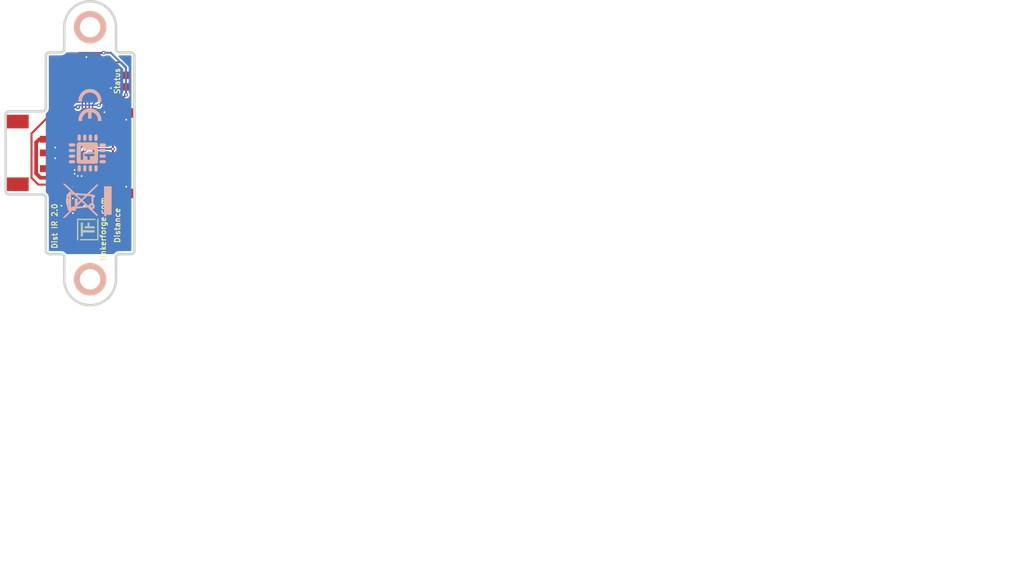
<source format=kicad_pcb>
(kicad_pcb (version 20171130) (host pcbnew 5.1.5-52549c5~84~ubuntu19.04.1)
  (title_block (title "Distance IR Bricklet") (date 2018-05-14) (rev 2.0) (company "Tinkerforge GmbH") (comment 1 "Licensed under CERN OHL v.1.1") (comment 2 "Copyright (©) 2018, L.Lauer <lukas@tinkerforge.com>"))
  (layers (0 Vorderseite jumper) (31 Rückseite signal) (34 B.Paste user) (35 F.Paste user) (36 B.SilkS user) (37 F.SilkS user) (38 B.Mask user) (39 F.Mask user) (44 Edge.Cuts user))
  (net 0 "")
  (net 1 GND)
  (net 2 IN_1)
  (net 3 VCC)
  (net 4 "Net-(P1-Pad6)")
  (net 5 +5V)
  (net 6 "Net-(C3-Pad1)")
  (net 7 "Net-(D1-Pad2)")
  (net 8 "Net-(P2-Pad1)")
  (net 9 "Net-(P3-Pad2)")
  (net 10 "Net-(P4-Pad3)")
  (net 11 "Net-(R3-Pad1)")
  (net 12 "Net-(P1-Pad4)")
  (net 13 "Net-(P1-Pad5)")
  (net 14 S-MISO)
  (net 15 S-MOSI)
  (net 16 S-CLK)
  (net 17 S-CS)
  (net 18 "Net-(D2-Pad2)")
  (net 19 "Net-(R4-Pad1)")
  (module kicad-libraries:SolderJumper (layer Vorderseite) (at 147.05 91.36 180)
    (fp_text reference P3)
    (fp_text value BOOT)
    (pad 2 smd rect (at 0.55 0 180) (size 0.3 1.4) (layers Vorderseite F.Mask) (net 9 "Net-(P3-Pad2)"))
    (pad 2 smd rect (at 0.15 0 180) (size 0.6 0.5) (layers Vorderseite F.Mask) (net 9 "Net-(P3-Pad2)"))
    (pad 1 smd rect (at -0.5 0 180) (size 0.4 1.4) (layers Vorderseite F.Mask) (net 1 GND))
    (pad 1 smd rect (at -0.225 0.55 180) (size 0.95 0.3) (layers Vorderseite F.Mask) (net 1 GND))
    (pad 1 smd rect (at -0.225 -0.55 180) (size 0.95 0.3) (layers Vorderseite F.Mask) (net 1 GND))
  )
  (module kicad-libraries:DRILL_NP (layer Vorderseite) (at 144.5 83.5)
    (fp_text reference U3 hide)
    (fp_text value DRILL hide)
    (pad "" np_thru_hole circle (at 0 0) (size 2.99974 2.99974) (drill 2.99974) (layers *.Cu *.Mask F.SilkS) (clearance 0.89916))
  )
  (module kicad-libraries:DRILL_NP (layer Vorderseite) (at 144.5 120.5)
    (fp_text reference U2 hide)
    (fp_text value DRILL hide)
    (pad "" np_thru_hole circle (at 0 0) (size 2.99974 2.99974) (drill 2.99974) (layers *.Cu *.Mask F.SilkS) (clearance 0.89916))
  )
  (module kicad-libraries:3528-21 (layer Vorderseite) (at 141.97 108.31 270)
    (fp_text reference C2)
    (fp_text value 100µF/10V)
    (pad 1 smd rect (at -1.40048 0 270) (size 1.59954 2.79908) (layers Vorderseite F.Paste F.Mask) (net 5 +5V) (clearance 0.14986))
    (pad 2 smd rect (at 1.40048 0 270) (size 1.59954 2.79908) (layers Vorderseite F.Paste F.Mask) (net 1 GND) (clearance 0.14986))
  )
  (module kicad-libraries:Fiducial_Mark (layer Vorderseite) (at 141 115.3)
    (fp_text reference Fiducial_Mark hide)
    (fp_text value VAL** hide)
    (pad 1 smd circle (at 0 0) (size 1.00076 1.00076) (layers Vorderseite F.Paste F.Mask) (clearance 0.65024))
  )
  (module kicad-libraries:Fiducial_Mark (layer Vorderseite) (at 140 88.8)
    (fp_text reference Fiducial_Mark hide)
    (fp_text value VAL** hide)
    (pad 1 smd circle (at 0 0) (size 1.00076 1.00076) (layers Vorderseite F.Paste F.Mask) (clearance 0.65024))
  )
  (module kicad-libraries:CE_5mm (layer Rückseite) (at 144.47 94.96 270)
    (fp_text reference VAL hide)
    (fp_text value CE_5mm hide)
  )
  (module kicad-libraries:WEEE_7mm (layer Rückseite) (at 144.08 108.96 270)
    (fp_text reference VAL hide)
    (fp_text value WEEE_7mm hide)
  )
  (module kicad-libraries:Logo_31x31 (layer Vorderseite) (at 142.57 114.78 90)
    (fp_text reference Ref** hide)
    (fp_text value Val** hide)
  )
  (module kicad-libraries:C0603E (layer Vorderseite) (at 143.1 88.67)
    (fp_text reference C1)
    (fp_text value 100nF)
    (pad 1 smd rect (at -0.8501 0) (size 1.1 1) (layers Vorderseite F.Paste F.Mask) (net 3 VCC))
    (pad 2 smd rect (at 0.8501 0) (size 1.1 1) (layers Vorderseite F.Paste F.Mask) (net 1 GND))
  )
  (module C0402E (layer Vorderseite) (at 145.87 96.63 90)
    (fp_text reference C3)
    (fp_text value 220pF)
    (pad 1 smd rect (at -0.65 0 90) (size 0.7 0.9) (layers Vorderseite F.Paste F.Mask) (net 6 "Net-(C3-Pad1)"))
    (pad 2 smd rect (at 0.65 0 90) (size 0.7 0.9) (layers Vorderseite F.Paste F.Mask) (net 1 GND))
  )
  (module C0805 (layer Vorderseite) (at 144.43 103.86 270)
    (fp_text reference C4)
    (fp_text value 10uF)
    (pad 1 smd rect (at -1.00076 0 270) (size 1.00076 1.24968) (layers Vorderseite F.Paste F.Mask) (net 3 VCC) (clearance 0.14986))
    (pad 2 smd rect (at 1.00076 0 270) (size 1.00076 1.24968) (layers Vorderseite F.Paste F.Mask) (net 1 GND) (clearance 0.14986))
  )
  (module C0603F (layer Vorderseite) (at 142.95 103.86 270)
    (fp_text reference C5)
    (fp_text value 1uF)
    (pad 1 smd rect (at -0.75 0 270) (size 0.9 0.9) (layers Vorderseite F.Paste F.Mask) (net 3 VCC))
    (pad 2 smd rect (at 0.75 0 270) (size 0.9 0.9) (layers Vorderseite F.Paste F.Mask) (net 1 GND))
  )
  (module D0603E (layer Vorderseite) (at 149.77 91.41 90)
    (fp_text reference D1)
    (fp_text value blue)
    (pad 1 smd rect (at -0.8501 0 90) (size 1.1 1) (layers Vorderseite F.Paste F.Mask) (net 3 VCC))
    (pad 2 smd rect (at 0.8501 0 90) (size 1.1 1) (layers Vorderseite F.Paste F.Mask) (net 7 "Net-(D1-Pad2)"))
  )
  (module kicad-libraries:DEBUG_PAD (layer Vorderseite) (at 139 90.9)
    (fp_text reference P2)
    (fp_text value DEBUG)
    (pad 1 smd circle (at 0 0) (size 0.7 0.7) (layers Vorderseite F.Paste F.Mask) (net 8 "Net-(P2-Pad1)"))
  )
  (module kicad-libraries:R0603F (layer Vorderseite) (at 141.5 97.1 90)
    (fp_text reference R2)
    (fp_text value 1k)
    (pad 1 smd rect (at -0.75 0 90) (size 0.9 0.9) (layers Vorderseite F.Paste F.Mask) (net 10 "Net-(P4-Pad3)"))
    (pad 2 smd rect (at 0.75 0 90) (size 0.9 0.9) (layers Vorderseite F.Paste F.Mask) (net 2 IN_1))
  )
  (module R0603F (layer Vorderseite) (at 146.58 88.66)
    (fp_text reference R3)
    (fp_text value 1k)
    (pad 1 smd rect (at -0.75 0) (size 0.9 0.9) (layers Vorderseite F.Paste F.Mask) (net 11 "Net-(R3-Pad1)"))
    (pad 2 smd rect (at 0.75 0) (size 0.9 0.9) (layers Vorderseite F.Paste F.Mask) (net 7 "Net-(D1-Pad2)"))
  )
  (module 4X0402 (layer Vorderseite) (at 144.11 96.68)
    (fp_text reference RP1)
    (fp_text value 82)
    (pad 1 smd rect (at -0.7493 0.575 180) (size 0.29972 0.65) (layers Vorderseite F.Paste F.Mask) (net 12 "Net-(P1-Pad4)"))
    (pad 2 smd rect (at -0.24892 0.575 180) (size 0.29972 0.65) (layers Vorderseite F.Paste F.Mask) (net 13 "Net-(P1-Pad5)"))
    (pad 3 smd rect (at 0.24892 0.575 180) (size 0.29972 0.65) (layers Vorderseite F.Paste F.Mask) (net 4 "Net-(P1-Pad6)"))
    (pad 4 smd rect (at 0.7493 0.575 180) (size 0.29972 0.65) (layers Vorderseite F.Paste F.Mask) (net 6 "Net-(C3-Pad1)"))
    (pad 5 smd rect (at 0.7493 -0.575) (size 0.29972 0.65) (layers Vorderseite F.Paste F.Mask) (net 14 S-MISO))
    (pad 6 smd rect (at 0.24892 -0.575) (size 0.29972 0.65) (layers Vorderseite F.Paste F.Mask) (net 15 S-MOSI))
    (pad 7 smd rect (at -0.24892 -0.575) (size 0.29972 0.65) (layers Vorderseite F.Paste F.Mask) (net 16 S-CLK))
    (pad 8 smd rect (at -0.7493 -0.575) (size 0.29972 0.65) (layers Vorderseite F.Paste F.Mask) (net 17 S-CS))
  )
  (module kicad-libraries:CON-SENSOR2 (layer Vorderseite) (at 151 102 90)
    (fp_text reference P1)
    (fp_text value CON-SENSOR2)
    (pad 1 smd rect (at -3.75 -4.6 90) (size 0.6 1.8) (layers Vorderseite F.Paste F.Mask) (net 5 +5V))
    (pad 2 smd rect (at -2.5 -4.6 90) (size 0.6 1.8) (layers Vorderseite F.Paste F.Mask) (net 1 GND))
    (pad EP smd rect (at -5.9 -1.2 90) (size 1.4 2.4) (layers Vorderseite F.Paste F.Mask) (net 1 GND))
    (pad EP smd rect (at 5.9 -1.2 90) (size 1.4 2.4) (layers Vorderseite F.Paste F.Mask) (net 1 GND))
    (pad 3 smd rect (at -1.25 -4.6 90) (size 0.6 1.8) (layers Vorderseite F.Paste F.Mask) (net 3 VCC))
    (pad 4 smd rect (at 0 -4.6 90) (size 0.6 1.8) (layers Vorderseite F.Paste F.Mask) (net 12 "Net-(P1-Pad4)"))
    (pad 5 smd rect (at 1.25 -4.6 90) (size 0.6 1.8) (layers Vorderseite F.Paste F.Mask) (net 13 "Net-(P1-Pad5)"))
    (pad 6 smd rect (at 2.5 -4.6 90) (size 0.6 1.8) (layers Vorderseite F.Paste F.Mask) (net 4 "Net-(P1-Pad6)"))
    (pad 7 smd rect (at 3.75 -4.6 90) (size 0.6 1.8) (layers Vorderseite F.Paste F.Mask) (net 6 "Net-(C3-Pad1)"))
  )
  (module kicad-libraries:QFN24-4x4mm-0.5mm (layer Vorderseite) (at 143.1 92.12 180)
    (fp_text reference U4)
    (fp_text value XMC1302)
    (pad 1 smd oval (at -2.025 -1.25 180) (size 1 0.3) (layers Vorderseite F.Paste F.Mask) (net 14 S-MISO))
    (pad 2 smd oval (at -2.025 -0.75 180) (size 1 0.3) (layers Vorderseite F.Paste F.Mask) (net 2 IN_1))
    (pad 3 smd oval (at -2.025 -0.25 180) (size 1 0.3) (layers Vorderseite F.Paste F.Mask))
    (pad 4 smd oval (at -2.025 0.25 180) (size 1 0.3) (layers Vorderseite F.Paste F.Mask) (net 9 "Net-(P3-Pad2)"))
    (pad 5 smd oval (at -2.025 0.75 180) (size 1 0.3) (layers Vorderseite F.Paste F.Mask))
    (pad 6 smd oval (at -2.025 1.25 180) (size 1 0.3) (layers Vorderseite F.Paste F.Mask))
    (pad 7 smd oval (at -1.25 2.025 270) (size 1 0.3) (layers Vorderseite F.Paste F.Mask) (net 11 "Net-(R3-Pad1)"))
    (pad 8 smd oval (at -0.75 2.025 270) (size 1 0.3) (layers Vorderseite F.Paste F.Mask))
    (pad 9 smd oval (at -0.25 2.025 270) (size 1 0.3) (layers Vorderseite F.Paste F.Mask) (net 1 GND))
    (pad 10 smd oval (at 0.25 2.025 270) (size 1 0.3) (layers Vorderseite F.Paste F.Mask) (net 3 VCC))
    (pad 11 smd oval (at 0.75 2.025 270) (size 1 0.3) (layers Vorderseite F.Paste F.Mask))
    (pad 12 smd oval (at 1.25 2.025 270) (size 1 0.3) (layers Vorderseite F.Paste F.Mask))
    (pad 13 smd oval (at 2.025 1.25 180) (size 1 0.3) (layers Vorderseite F.Paste F.Mask) (net 8 "Net-(P2-Pad1)"))
    (pad 14 smd oval (at 2.025 0.75 180) (size 1 0.3) (layers Vorderseite F.Paste F.Mask) (net 19 "Net-(R4-Pad1)"))
    (pad 15 smd oval (at 2.025 0.25 180) (size 1 0.3) (layers Vorderseite F.Paste F.Mask))
    (pad 16 smd oval (at 2.025 -0.25 180) (size 1 0.3) (layers Vorderseite F.Paste F.Mask))
    (pad 17 smd oval (at 2.025 -0.75 180) (size 1 0.3) (layers Vorderseite F.Paste F.Mask))
    (pad 18 smd oval (at 2.025 -1.25 180) (size 1 0.3) (layers Vorderseite F.Paste F.Mask))
    (pad 19 smd oval (at 1.25 -2.025 270) (size 1 0.3) (layers Vorderseite F.Paste F.Mask))
    (pad 20 smd oval (at 0.75 -2.025 270) (size 1 0.3) (layers Vorderseite F.Paste F.Mask))
    (pad 21 smd oval (at 0.25 -2.025 270) (size 1 0.3) (layers Vorderseite F.Paste F.Mask))
    (pad 22 smd oval (at -0.25 -2.025 270) (size 1 0.3) (layers Vorderseite F.Paste F.Mask) (net 17 S-CS))
    (pad 23 smd oval (at -0.75 -2.025 270) (size 1 0.3) (layers Vorderseite F.Paste F.Mask) (net 16 S-CLK))
    (pad 24 smd oval (at -1.25 -2.025 270) (size 1 0.3) (layers Vorderseite F.Paste F.Mask) (net 15 S-MOSI))
    (pad EXP smd rect (at 0.65 0.65 180) (size 1.3 1.3) (layers Vorderseite F.Paste F.Mask) (net 1 GND))
    (pad EXP smd rect (at 0.65 -0.65 180) (size 1.3 1.3) (layers Vorderseite F.Paste F.Mask) (net 1 GND))
    (pad EXP smd rect (at -0.65 0.65 180) (size 1.3 1.3) (layers Vorderseite F.Paste F.Mask) (net 1 GND))
    (pad EXP smd rect (at -0.65 -0.65 180) (size 1.3 1.3) (layers Vorderseite F.Paste F.Mask) (net 1 GND))
  )
  (module kicad-libraries:S3B-PH-SM4 (layer Vorderseite) (at 132.08 101.95 90)
    (fp_text reference P4)
    (fp_text value S3B-PH-SM4)
    (pad "" smd rect (at -4.6 1.7 90) (size 2 3.4) (layers Vorderseite F.Paste F.Mask))
    (pad "" smd rect (at 4.6 1.7 90) (size 2 3.4) (layers Vorderseite F.Paste F.Mask))
    (pad 3 smd rect (at -2.3 7.3 90) (size 1 4.5) (layers Vorderseite F.Paste F.Mask) (net 10 "Net-(P4-Pad3)"))
    (pad 2 smd rect (at 0 7.3 90) (size 1 4.5) (layers Vorderseite F.Paste F.Mask) (net 1 GND))
    (pad 1 smd rect (at 2 7.3 90) (size 1 4.5) (layers Vorderseite F.Paste F.Mask) (net 5 +5V))
  )
  (module kicad-libraries:Logo_CoMCU (layer Rückseite) (at 144.09 101.97 270)
    (fp_text reference G*** hide)
    (fp_text value LOGO hide)
  )
  (module kicad-libraries:D0603E (layer Vorderseite) (at 149.8 112.6 270)
    (fp_text reference D2)
    (fp_text value green)
    (pad 1 smd rect (at -0.8501 0 270) (size 1.1 1) (layers Vorderseite F.Paste F.Mask) (net 3 VCC))
    (pad 2 smd rect (at 0.8501 0 270) (size 1.1 1) (layers Vorderseite F.Paste F.Mask) (net 18 "Net-(D2-Pad2)"))
  )
  (module kicad-libraries:R0603F (layer Vorderseite) (at 139.4 94.1 270)
    (fp_text reference R4)
    (fp_text value 1k)
    (pad 1 smd rect (at -0.75 0 270) (size 0.9 0.9) (layers Vorderseite F.Paste F.Mask) (net 19 "Net-(R4-Pad1)"))
    (pad 2 smd rect (at 0.75 0 270) (size 0.9 0.9) (layers Vorderseite F.Paste F.Mask) (net 18 "Net-(D2-Pad2)"))
  )
  (module kicad-libraries:Fiducial_Mark (layer Vorderseite) (at 149.5 104.8)
    (fp_text reference Fiducial_Mark hide)
    (fp_text value VAL** hide)
    (pad 1 smd circle (at 0 0) (size 1.00076 1.00076) (layers Vorderseite F.Paste F.Mask) (clearance 0.65024))
  )
  (gr_arc (start 150.5 116.3) (end 150.5 116.8) (angle -90) (layer Edge.Cuts) (width 0.381))
  (gr_arc (start 148.8 117.3) (end 148.8 116.8) (angle -90) (layer Edge.Cuts) (width 0.381))
  (gr_arc (start 138.5 116.3) (end 138 116.3) (angle -90) (layer Edge.Cuts) (width 0.381))
  (gr_arc (start 140.2 117.3) (end 140.7 117.3) (angle -90) (layer Edge.Cuts) (width 0.381))
  (gr_arc (start 150.5 87.7) (end 151 87.7) (angle -90) (layer Edge.Cuts) (width 0.381))
  (gr_arc (start 138.5 87.7) (end 138.5 87.2) (angle -90) (layer Edge.Cuts) (width 0.381))
  (gr_arc (start 148.8 86.7) (end 148.3 86.7) (angle -90) (layer Edge.Cuts) (width 0.381))
  (gr_arc (start 140.2 86.7) (end 140.2 87.2) (angle -90) (layer Edge.Cuts) (width 0.381))
  (gr_text Distance (at 148.5 112.6 90) (layer F.SilkS) (effects (font (size 0.8 0.8))))
  (gr_text Status (at 148.48 91.41 90) (layer F.SilkS) (effects (font (size 0.8 0.8))))
  (gr_line (start 138 116.3) (end 138 108.55) (angle 90) (layer Edge.Cuts) (width 0.381))
  (gr_arc (start 137.5 108.55) (end 137.5 108.05) (angle 90) (layer Edge.Cuts) (width 0.381))
  (gr_line (start 137.5 108.05) (end 132.6 108.05) (angle 90) (layer Edge.Cuts) (width 0.381))
  (gr_line (start 137.45 95.85) (end 132.6 95.85) (angle 90) (layer Edge.Cuts) (width 0.381))
  (gr_arc (start 137.5 95.35) (end 138 95.4) (angle 90) (layer Edge.Cuts) (width 0.381))
  (gr_line (start 140.7 120.5) (end 140.7 117.3) (angle 90) (layer Edge.Cuts) (width 0.381))
  (gr_line (start 138 87.7) (end 138 95.4) (angle 90) (layer Edge.Cuts) (width 0.381))
  (gr_line (start 140.2 87.2) (end 138.5 87.2) (angle 90) (layer Edge.Cuts) (width 0.381))
  (gr_line (start 140.7 83.5) (end 140.7 86.7) (angle 90) (layer Edge.Cuts) (width 0.381))
  (gr_line (start 148.3 86.7) (end 148.3 83.5) (angle 90) (layer Edge.Cuts) (width 0.381))
  (gr_line (start 150.5 87.2) (end 148.8 87.2) (angle 90) (layer Edge.Cuts) (width 0.381))
  (gr_line (start 151 116.3) (end 151 87.7) (angle 90) (layer Edge.Cuts) (width 0.381))
  (gr_line (start 148.8 116.8) (end 150.5 116.8) (angle 90) (layer Edge.Cuts) (width 0.381))
  (gr_line (start 148.3 120.5) (end 148.3 117.3) (angle 90) (layer Edge.Cuts) (width 0.381))
  (gr_arc (start 144.5 120.5) (end 144.5 124.3) (angle 90) (layer Edge.Cuts) (width 0.381))
  (gr_arc (start 144.5 120.5) (end 148.3 120.5) (angle 90) (layer Edge.Cuts) (width 0.381))
  (gr_arc (start 144.5 83.5) (end 144.5 79.7) (angle 90) (layer Edge.Cuts) (width 0.381))
  (gr_arc (start 144.5 83.5) (end 140.7 83.5) (angle 90) (layer Edge.Cuts) (width 0.381))
  (gr_line (start 138.5 116.8) (end 140.2 116.8) (angle 90) (layer Edge.Cuts) (width 0.381))
  (gr_arc (start 132.6 96.35) (end 132.1 96.35) (angle 90) (layer Edge.Cuts) (width 0.381))
  (gr_arc (start 132.6 107.55) (end 132.6 108.05) (angle 90) (layer Edge.Cuts) (width 0.381))
  (gr_line (start 132.1 96.35) (end 132.1 107.55) (angle 90) (layer Edge.Cuts) (width 0.381))
  (gr_text tinkerforge.com (at 146.41 113.14 90) (layer F.SilkS) (effects (font (size 0.8001 0.8001))))
  (gr_text "Dist IR 2.0" (at 139.3 112.7 90) (layer F.SilkS) (effects (font (size 0.8 0.8))))
  (segment (start 147.55 91.36) (end 147.55 90.94) (width 0.29972) (layer Vorderseite) (net 1))
  (segment (start 147.55 90.94) (end 147.42 90.81) (width 0.29972) (layer Vorderseite) (net 1))
  (segment (start 147.42 90.81) (end 147.23 90.81) (width 0.29972) (layer Vorderseite) (net 1))
  (segment (start 147.23 90.81) (end 147.275 90.81) (width 0.29972) (layer Vorderseite) (net 1))
  (segment (start 147.275 91.91) (end 147.43 91.91) (width 0.29972) (layer Vorderseite) (net 1))
  (segment (start 147.43 91.91) (end 147.56 91.78) (width 0.29972) (layer Vorderseite) (net 1))
  (segment (start 147.56 91.78) (end 147.56 91.41) (width 0.29972) (layer Vorderseite) (net 1))
  (segment (start 147.56 91.41) (end 147.55 91.36) (width 0.29972) (layer Vorderseite) (net 1))
  (segment (start 147.55 91.36) (end 147.55 92.45) (width 0.29972) (layer Vorderseite) (net 1))
  (via (at 147.55 92.45) (size 0.55) (drill 0.25) (layers Vorderseite Rückseite) (net 1))
  (segment (start 145.87 95.98) (end 146.6 95.98) (width 0.55) (layer Vorderseite) (net 1))
  (via (at 146.6 95.98) (size 0.55) (drill 0.25) (layers Vorderseite Rückseite) (net 1))
  (segment (start 139.38 101.95) (end 139.38 101.17) (width 0.55) (layer Vorderseite) (net 1))
  (via (at 139.38 101.17) (size 0.55) (drill 0.25) (layers Vorderseite Rückseite) (net 1))
  (segment (start 139.38 101.95) (end 139.38 102.74) (width 0.55) (layer Vorderseite) (net 1))
  (via (at 139.38 102.74) (size 0.55) (drill 0.25) (layers Vorderseite Rückseite) (net 1))
  (segment (start 141.97 109.71048) (end 141.97 110.79) (width 0.55) (layer Vorderseite) (net 1))
  (via (at 141.97 110.79) (size 0.55) (drill 0.25) (layers Vorderseite Rückseite) (net 1))
  (segment (start 141.97 109.71048) (end 140.29048 109.71048) (width 0.55) (layer Vorderseite) (net 1))
  (via (at 140.29 109.71) (size 0.55) (drill 0.25) (layers Vorderseite Rückseite) (net 1))
  (segment (start 140.29048 109.71048) (end 140.29 109.71) (width 0.55) (layer Vorderseite) (net 1))
  (segment (start 141.97 109.71048) (end 143.64952 109.71048) (width 0.55) (layer Vorderseite) (net 1))
  (via (at 143.65 109.71) (size 0.55) (drill 0.25) (layers Vorderseite Rückseite) (net 1))
  (segment (start 143.64952 109.71048) (end 143.65 109.71) (width 0.55) (layer Vorderseite) (net 1))
  (segment (start 141.97 109.71048) (end 141.97 108.63) (width 0.55) (layer Vorderseite) (net 1))
  (via (at 141.97 108.63) (size 0.55) (drill 0.25) (layers Vorderseite Rückseite) (net 1))
  (segment (start 142.68 105.34) (end 142.54 105.34) (width 0.55) (layer Vorderseite) (net 1))
  (via (at 142.22 105.02) (size 0.55) (drill 0.25) (layers Vorderseite Rückseite) (net 1))
  (segment (start 142.63 104.61) (end 142.22 105.02) (width 0.55) (layer Vorderseite) (net 1))
  (segment (start 142.22 104.46) (end 142.22 105.02) (width 0.55) (layer Vorderseite) (net 1))
  (via (at 142.22 104.46) (size 0.55) (drill 0.25) (layers Vorderseite Rückseite) (net 1))
  (via (at 142.68 105.34) (size 0.55) (drill 0.25) (layers Vorderseite Rückseite) (net 1))
  (segment (start 142.54 105.34) (end 142.22 105.02) (width 0.55) (layer Vorderseite) (net 1))
  (segment (start 143.24 105.35) (end 142.69 105.35) (width 0.55) (layer Vorderseite) (net 1))
  (via (at 143.24 105.35) (size 0.55) (drill 0.25) (layers Vorderseite Rückseite) (net 1))
  (segment (start 142.95 105.06) (end 143.24 105.35) (width 0.55) (layer Vorderseite) (net 1))
  (segment (start 142.95 105.07) (end 142.68 105.34) (width 0.55) (layer Vorderseite) (net 1))
  (segment (start 142.95 105.07) (end 142.95 104.61) (width 0.55) (layer Vorderseite) (net 1))
  (segment (start 142.69 105.35) (end 142.68 105.34) (width 0.55) (layer Vorderseite) (net 1))
  (segment (start 142.22 104.46) (end 142.8 104.46) (width 0.55) (layer Vorderseite) (net 1))
  (segment (start 142.37 104.61) (end 142.95 104.61) (width 0.55) (layer Vorderseite) (net 1))
  (segment (start 142.37 104.61) (end 142.22 104.46) (width 0.55) (layer Vorderseite) (net 1))
  (segment (start 142.8 104.46) (end 142.95 104.61) (width 0.55) (layer Vorderseite) (net 1))
  (segment (start 146.4 104.5) (end 145.41 104.5) (width 0.55) (layer Vorderseite) (net 1))
  (segment (start 145.41 104.5) (end 145.04924 104.86076) (width 0.55) (layer Vorderseite) (net 1))
  (segment (start 145.04924 104.86076) (end 144.43 104.86076) (width 0.55) (layer Vorderseite) (net 1))
  (segment (start 144.43 104.86076) (end 143.80076 104.86076) (width 0.55) (layer Vorderseite) (net 1))
  (segment (start 143.55 104.61) (end 142.95 104.61) (width 0.55) (layer Vorderseite) (net 1))
  (segment (start 143.80076 104.86076) (end 143.55 104.61) (width 0.55) (layer Vorderseite) (net 1))
  (segment (start 149.8 107.9) (end 149.8 106.92) (width 0.55) (layer Vorderseite) (net 1))
  (via (at 149.8 106.92) (size 0.55) (drill 0.25) (layers Vorderseite Rückseite) (net 1))
  (segment (start 149.8 96.1) (end 149.8 97.08) (width 0.55) (layer Vorderseite) (net 1))
  (via (at 149.8 97.08) (size 0.55) (drill 0.25) (layers Vorderseite Rückseite) (net 1))
  (segment (start 143.9501 88.67) (end 143.9501 87.8901) (width 0.55) (layer Vorderseite) (net 1))
  (via (at 143.95 87.89) (size 0.55) (drill 0.25) (layers Vorderseite Rückseite) (net 1))
  (segment (start 143.9501 87.8901) (end 143.95 87.89) (width 0.55) (layer Vorderseite) (net 1))
  (segment (start 143.75 91.47) (end 142.45 91.47) (width 0.2) (layer Vorderseite) (net 1))
  (segment (start 142.45 91.47) (end 142.45 92.77) (width 0.2) (layer Vorderseite) (net 1))
  (segment (start 142.45 92.77) (end 143.75 92.77) (width 0.2) (layer Vorderseite) (net 1))
  (segment (start 143.75 92.77) (end 143.75 91.47) (width 0.2) (layer Vorderseite) (net 1))
  (segment (start 143.35 90.095) (end 143.35 91.07) (width 0.2) (layer Vorderseite) (net 1))
  (segment (start 143.35 91.07) (end 143.75 91.47) (width 0.2) (layer Vorderseite) (net 1))
  (segment (start 143.35 90.095) (end 143.35 89.56) (width 0.2) (layer Vorderseite) (net 1))
  (segment (start 143.35 89.56) (end 143.9501 88.9599) (width 0.2) (layer Vorderseite) (net 1))
  (segment (start 143.9501 88.9599) (end 143.9501 88.67) (width 0.2) (layer Vorderseite) (net 1))
  (segment (start 141.5 96.35) (end 141.5 96) (width 0.25) (layer Vorderseite) (net 2))
  (segment (start 141.5 96) (end 142.3 95.2) (width 0.25) (layer Vorderseite) (net 2))
  (segment (start 142.3 95.2) (end 142.7 95.2) (width 0.25) (layer Vorderseite) (net 2))
  (segment (start 145.78 94.96) (end 142.94 94.96) (width 0.25) (layer Rückseite) (net 2))
  (via (at 145.78 94.96) (size 0.55) (drill 0.25) (layers Vorderseite Rückseite) (net 2))
  (segment (start 145.78 94.96) (end 146.35 94.39) (width 0.25) (layer Vorderseite) (net 2))
  (segment (start 146.35 94.39) (end 146.35 93.24) (width 0.25) (layer Vorderseite) (net 2))
  (segment (start 146.35 93.24) (end 145.98 92.87) (width 0.25) (layer Vorderseite) (net 2))
  (segment (start 145.125 92.87) (end 145.98 92.87) (width 0.25) (layer Vorderseite) (net 2))
  (via (at 142.7 95.2) (size 0.70104) (drill 0.24892) (layers Vorderseite Rückseite) (net 2))
  (segment (start 142.94 94.96) (end 142.7 95.2) (width 0.25) (layer Rückseite) (net 2))
  (segment (start 149.8 111.7499) (end 149.8 110.7) (width 0.29972) (layer Vorderseite) (net 3))
  (segment (start 147.84 108.74) (end 147.84 101.37) (width 0.29972) (layer Vorderseite) (net 3))
  (segment (start 149.8 110.7) (end 147.84 108.74) (width 0.29972) (layer Vorderseite) (net 3))
  (via (at 149.77 93.42) (size 0.55) (drill 0.25) (layers Vorderseite Rückseite) (net 3))
  (segment (start 142.2499 88.67) (end 142.2499 87.9301) (width 0.29972) (layer Vorderseite) (net 3))
  (segment (start 142.9 87.28) (end 142.2499 87.9301) (width 0.29972) (layer Vorderseite) (net 3))
  (segment (start 146.45 87.28) (end 142.9 87.28) (width 0.29972) (layer Vorderseite) (net 3))
  (segment (start 146.48 87.25) (end 146.45 87.28) (width 0.29972) (layer Vorderseite) (net 3))
  (via (at 146.48 87.25) (size 0.55) (drill 0.25) (layers Vorderseite Rückseite) (net 3))
  (segment (start 147.53 87.25) (end 146.48 87.25) (width 0.29972) (layer Rückseite) (net 3))
  (segment (start 149.76 89.48) (end 147.53 87.25) (width 0.29972) (layer Rückseite) (net 3))
  (segment (start 149.76 93.41) (end 149.76 89.48) (width 0.29972) (layer Rückseite) (net 3))
  (segment (start 149.76 93.41) (end 149.77 93.42) (width 0.29972) (layer Rückseite) (net 3))
  (segment (start 142.95 103.11) (end 142.95 102.3) (width 0.29972) (layer Vorderseite) (net 3))
  (segment (start 142.95 102.3) (end 143.72 101.53) (width 0.29972) (layer Vorderseite) (net 3))
  (via (at 143.72 101.53) (size 0.55) (drill 0.25) (layers Vorderseite Rückseite) (net 3))
  (segment (start 143.72 101.53) (end 143.88 101.37) (width 0.29972) (layer Rückseite) (net 3))
  (segment (start 143.88 101.37) (end 147.84 101.37) (width 0.29972) (layer Rückseite) (net 3))
  (via (at 147.84 101.37) (size 0.55) (drill 0.25) (layers Vorderseite Rückseite) (net 3))
  (segment (start 147.84 101.37) (end 147.83 101.36) (width 0.29972) (layer Vorderseite) (net 3))
  (segment (start 147.83 101.36) (end 147.83 95.36) (width 0.29972) (layer Vorderseite) (net 3))
  (segment (start 147.83 95.36) (end 149.77 93.42) (width 0.29972) (layer Vorderseite) (net 3))
  (segment (start 149.77 93.42) (end 149.77 92.2601) (width 0.29972) (layer Vorderseite) (net 3))
  (segment (start 146.4 103.25) (end 145.38 103.25) (width 0.55) (layer Vorderseite) (net 3))
  (segment (start 145.38 103.25) (end 144.98924 102.85924) (width 0.55) (layer Vorderseite) (net 3))
  (segment (start 144.98924 102.85924) (end 144.43 102.85924) (width 0.55) (layer Vorderseite) (net 3))
  (segment (start 144.43 102.85924) (end 143.84076 102.85924) (width 0.55) (layer Vorderseite) (net 3))
  (segment (start 143.84076 102.85924) (end 143.59 103.11) (width 0.55) (layer Vorderseite) (net 3))
  (segment (start 143.59 103.11) (end 142.95 103.11) (width 0.55) (layer Vorderseite) (net 3))
  (segment (start 142.85 90.095) (end 142.85 89.6) (width 0.2) (layer Vorderseite) (net 3))
  (segment (start 142.85 89.6) (end 142.2499 88.9999) (width 0.2) (layer Vorderseite) (net 3))
  (segment (start 142.2499 88.9999) (end 142.2499 88.67) (width 0.2) (layer Vorderseite) (net 3))
  (segment (start 146.4 99.5) (end 145.22 99.5) (width 0.2) (layer Vorderseite) (net 4))
  (segment (start 144.35892 98.63892) (end 144.35892 97.255) (width 0.2) (layer Vorderseite) (net 4))
  (segment (start 145.22 99.5) (end 144.35892 98.63892) (width 0.2) (layer Vorderseite) (net 4))
  (segment (start 141.97 106.90952) (end 140.60952 106.90952) (width 0.55) (layer Vorderseite) (net 5))
  (segment (start 140.60952 106.90952) (end 139.3 105.6) (width 0.55) (layer Vorderseite) (net 5))
  (segment (start 139.3 105.6) (end 137.21 105.6) (width 0.55) (layer Vorderseite) (net 5))
  (segment (start 137.05 99.95) (end 139.38 99.95) (width 0.55) (layer Vorderseite) (net 5))
  (segment (start 136.58 100.42) (end 137.05 99.95) (width 0.55) (layer Vorderseite) (net 5))
  (segment (start 136.58 104.97) (end 136.58 100.42) (width 0.55) (layer Vorderseite) (net 5))
  (segment (start 137.21 105.6) (end 136.58 104.97) (width 0.55) (layer Vorderseite) (net 5))
  (segment (start 146.4 105.75) (end 145.34 105.75) (width 0.55) (layer Vorderseite) (net 5))
  (segment (start 144.18048 106.90952) (end 141.97 106.90952) (width 0.55) (layer Vorderseite) (net 5))
  (segment (start 145.34 105.75) (end 144.18048 106.90952) (width 0.55) (layer Vorderseite) (net 5))
  (segment (start 140.1 99.95) (end 140.15 99.95) (width 0.29972) (layer Vorderseite) (net 5))
  (segment (start 144.8593 97.255) (end 145.845 97.255) (width 0.2) (layer Vorderseite) (net 6))
  (segment (start 145.845 97.255) (end 145.87 97.28) (width 0.2) (layer Vorderseite) (net 6))
  (segment (start 146.4 98.25) (end 146.17 98.25) (width 0.2) (layer Vorderseite) (net 6))
  (segment (start 146.17 98.25) (end 145.87 97.95) (width 0.2) (layer Vorderseite) (net 6))
  (segment (start 145.87 97.95) (end 145.87 97.28) (width 0.2) (layer Vorderseite) (net 6))
  (segment (start 147.33 88.66) (end 149.06 88.66) (width 0.25) (layer Vorderseite) (net 7))
  (segment (start 149.77 89.37) (end 149.77 90.5599) (width 0.25) (layer Vorderseite) (net 7))
  (segment (start 149.06 88.66) (end 149.77 89.37) (width 0.25) (layer Vorderseite) (net 7))
  (segment (start 141.075 90.87) (end 139.03 90.87) (width 0.2) (layer Vorderseite) (net 8))
  (segment (start 139.03 90.87) (end 139 90.9) (width 0.2) (layer Vorderseite) (net 8))
  (segment (start 145.125 91.87) (end 145.78 91.87) (width 0.25) (layer Vorderseite) (net 9))
  (segment (start 146.29 91.36) (end 146.5 91.36) (width 0.25) (layer Vorderseite) (net 9))
  (segment (start 145.78 91.87) (end 146.29 91.36) (width 0.25) (layer Vorderseite) (net 9))
  (segment (start 146.5 91.36) (end 146.9 91.36) (width 0.25) (layer Vorderseite) (net 9))
  (segment (start 141.99 103.86) (end 141.99 98.79) (width 0.25) (layer Vorderseite) (net 10))
  (segment (start 141.99 98.79) (end 141.5 98.3) (width 0.25) (layer Vorderseite) (net 10))
  (segment (start 141.5 98.3) (end 141.5 97.85) (width 0.25) (layer Vorderseite) (net 10))
  (segment (start 139.38 104.25) (end 141.6 104.25) (width 0.25) (layer Vorderseite) (net 10))
  (segment (start 141.6 104.25) (end 141.99 103.86) (width 0.25) (layer Vorderseite) (net 10))
  (segment (start 144.35 90.095) (end 145.275 90.095) (width 0.25) (layer Vorderseite) (net 11))
  (segment (start 145.83 89.54) (end 145.83 88.66) (width 0.25) (layer Vorderseite) (net 11))
  (segment (start 145.275 90.095) (end 145.83 89.54) (width 0.25) (layer Vorderseite) (net 11))
  (segment (start 146.4 102) (end 145.35 102) (width 0.2) (layer Vorderseite) (net 12))
  (segment (start 143.3607 100.0107) (end 143.3607 97.255) (width 0.2) (layer Vorderseite) (net 12))
  (segment (start 145.35 102) (end 143.3607 100.0107) (width 0.2) (layer Vorderseite) (net 12))
  (segment (start 146.4 100.75) (end 145.34 100.75) (width 0.2) (layer Vorderseite) (net 13))
  (segment (start 143.86108 99.27108) (end 143.86108 97.255) (width 0.2) (layer Vorderseite) (net 13))
  (segment (start 145.34 100.75) (end 143.86108 99.27108) (width 0.2) (layer Vorderseite) (net 13))
  (segment (start 144.8593 96.105) (end 144.8593 94.8707) (width 0.2) (layer Vorderseite) (net 14))
  (segment (start 145.76 93.37) (end 145.125 93.37) (width 0.2) (layer Vorderseite) (net 14))
  (segment (start 145.93 93.54) (end 145.76 93.37) (width 0.2) (layer Vorderseite) (net 14))
  (segment (start 145.93 93.8) (end 145.93 93.54) (width 0.2) (layer Vorderseite) (net 14))
  (segment (start 144.8593 94.8707) (end 145.93 93.8) (width 0.2) (layer Vorderseite) (net 14))
  (segment (start 144.35892 96.105) (end 144.35892 94.15392) (width 0.2) (layer Vorderseite) (net 15))
  (segment (start 144.35892 94.15392) (end 144.35 94.145) (width 0.2) (layer Vorderseite) (net 15))
  (segment (start 143.86108 96.105) (end 143.86108 94.15608) (width 0.2) (layer Vorderseite) (net 16))
  (segment (start 143.86108 94.15608) (end 143.85 94.145) (width 0.2) (layer Vorderseite) (net 16))
  (segment (start 143.3607 96.105) (end 143.3607 94.1557) (width 0.2) (layer Vorderseite) (net 17))
  (segment (start 143.3607 94.1557) (end 143.35 94.145) (width 0.2) (layer Vorderseite) (net 17))
  (segment (start 149.8 113.4501) (end 141.3501 113.4501) (width 0.29972) (layer Vorderseite) (net 18))
  (segment (start 139.4 95.6) (end 139.4 94.85) (width 0.29972) (layer Vorderseite) (net 18))
  (segment (start 135.9 99.1) (end 139.4 95.6) (width 0.29972) (layer Vorderseite) (net 18))
  (segment (start 135.9 105.6) (end 135.9 99.1) (width 0.29972) (layer Vorderseite) (net 18))
  (segment (start 136.9 106.6) (end 135.9 105.6) (width 0.29972) (layer Vorderseite) (net 18))
  (segment (start 138.1 106.6) (end 136.9 106.6) (width 0.29972) (layer Vorderseite) (net 18))
  (segment (start 139.5 108) (end 138.1 106.6) (width 0.29972) (layer Vorderseite) (net 18))
  (segment (start 139.5 111.6) (end 139.5 108) (width 0.29972) (layer Vorderseite) (net 18))
  (segment (start 141.3501 113.4501) (end 139.5 111.6) (width 0.29972) (layer Vorderseite) (net 18))
  (segment (start 139.4 93.35) (end 139.4 92) (width 0.29972) (layer Vorderseite) (net 19))
  (segment (start 140.03 91.37) (end 141.075 91.37) (width 0.29972) (layer Vorderseite) (net 19))
  (segment (start 139.4 92) (end 140.03 91.37) (width 0.29972) (layer Vorderseite) (net 19))
  (zone (net 1) (net_name GND) (layer Rückseite) (connect_pads (clearance 0.24892)) (min_thickness 0.24892) (fill yes (arc_segments 16) (thermal_gap 0.29972) (thermal_bridge_width 0.29972))
    (polygon (pts (xy 150.99418 116.79896) (xy 150.99418 87.1978) (xy 137.99446 87.1978) (xy 137.99446 116.79896)))
  )
)
</source>
